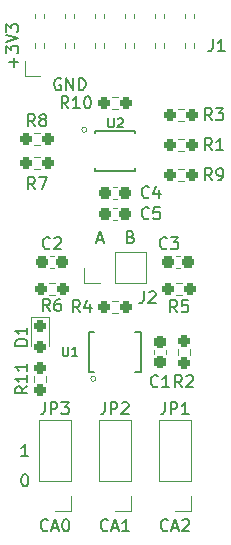
<source format=gto>
G04 #@! TF.GenerationSoftware,KiCad,Pcbnew,6.0.9-8da3e8f707~116~ubuntu20.04.1*
G04 #@! TF.CreationDate,2023-03-04T01:14:13+01:00*
G04 #@! TF.ProjectId,dac_adc_pmod,6461635f-6164-4635-9f70-6d6f642e6b69,rev?*
G04 #@! TF.SameCoordinates,Original*
G04 #@! TF.FileFunction,Legend,Top*
G04 #@! TF.FilePolarity,Positive*
%FSLAX46Y46*%
G04 Gerber Fmt 4.6, Leading zero omitted, Abs format (unit mm)*
G04 Created by KiCad (PCBNEW 6.0.9-8da3e8f707~116~ubuntu20.04.1) date 2023-03-04 01:14:13*
%MOMM*%
%LPD*%
G01*
G04 APERTURE LIST*
G04 Aperture macros list*
%AMRoundRect*
0 Rectangle with rounded corners*
0 $1 Rounding radius*
0 $2 $3 $4 $5 $6 $7 $8 $9 X,Y pos of 4 corners*
0 Add a 4 corners polygon primitive as box body*
4,1,4,$2,$3,$4,$5,$6,$7,$8,$9,$2,$3,0*
0 Add four circle primitives for the rounded corners*
1,1,$1+$1,$2,$3*
1,1,$1+$1,$4,$5*
1,1,$1+$1,$6,$7*
1,1,$1+$1,$8,$9*
0 Add four rect primitives between the rounded corners*
20,1,$1+$1,$2,$3,$4,$5,0*
20,1,$1+$1,$4,$5,$6,$7,0*
20,1,$1+$1,$6,$7,$8,$9,0*
20,1,$1+$1,$8,$9,$2,$3,0*%
G04 Aperture macros list end*
%ADD10C,0.150000*%
%ADD11C,0.120000*%
%ADD12C,0.152400*%
%ADD13RoundRect,0.237500X0.237500X-0.250000X0.237500X0.250000X-0.237500X0.250000X-0.237500X-0.250000X0*%
%ADD14RoundRect,0.237500X-0.237500X0.287500X-0.237500X-0.287500X0.237500X-0.287500X0.237500X0.287500X0*%
%ADD15R,0.250000X0.700000*%
%ADD16R,3.300000X1.700000*%
%ADD17R,1.397000X0.279400*%
%ADD18RoundRect,0.237500X-0.250000X-0.237500X0.250000X-0.237500X0.250000X0.237500X-0.250000X0.237500X0*%
%ADD19RoundRect,0.237500X0.250000X0.237500X-0.250000X0.237500X-0.250000X-0.237500X0.250000X-0.237500X0*%
%ADD20R,1.700000X1.700000*%
%ADD21O,1.700000X1.700000*%
%ADD22RoundRect,0.237500X0.300000X0.237500X-0.300000X0.237500X-0.300000X-0.237500X0.300000X-0.237500X0*%
%ADD23RoundRect,0.237500X-0.300000X-0.237500X0.300000X-0.237500X0.300000X0.237500X-0.300000X0.237500X0*%
%ADD24RoundRect,0.237500X-0.237500X0.300000X-0.237500X-0.300000X0.237500X-0.300000X0.237500X0.300000X0*%
%ADD25RoundRect,0.237500X-0.237500X0.250000X-0.237500X-0.250000X0.237500X-0.250000X0.237500X0.250000X0*%
G04 APERTURE END LIST*
D10*
X77422380Y-80732380D02*
X77517619Y-80732380D01*
X77612857Y-80780000D01*
X77660476Y-80827619D01*
X77708095Y-80922857D01*
X77755714Y-81113333D01*
X77755714Y-81351428D01*
X77708095Y-81541904D01*
X77660476Y-81637142D01*
X77612857Y-81684761D01*
X77517619Y-81732380D01*
X77422380Y-81732380D01*
X77327142Y-81684761D01*
X77279523Y-81637142D01*
X77231904Y-81541904D01*
X77184285Y-81351428D01*
X77184285Y-81113333D01*
X77231904Y-80922857D01*
X77279523Y-80827619D01*
X77327142Y-80780000D01*
X77422380Y-80732380D01*
X77755714Y-79192380D02*
X77184285Y-79192380D01*
X77470000Y-79192380D02*
X77470000Y-78192380D01*
X77374761Y-78335238D01*
X77279523Y-78430476D01*
X77184285Y-78478095D01*
X89574761Y-85447142D02*
X89527142Y-85494761D01*
X89384285Y-85542380D01*
X89289047Y-85542380D01*
X89146190Y-85494761D01*
X89050952Y-85399523D01*
X89003333Y-85304285D01*
X88955714Y-85113809D01*
X88955714Y-84970952D01*
X89003333Y-84780476D01*
X89050952Y-84685238D01*
X89146190Y-84590000D01*
X89289047Y-84542380D01*
X89384285Y-84542380D01*
X89527142Y-84590000D01*
X89574761Y-84637619D01*
X89955714Y-85256666D02*
X90431904Y-85256666D01*
X89860476Y-85542380D02*
X90193809Y-84542380D01*
X90527142Y-85542380D01*
X90812857Y-84637619D02*
X90860476Y-84590000D01*
X90955714Y-84542380D01*
X91193809Y-84542380D01*
X91289047Y-84590000D01*
X91336666Y-84637619D01*
X91384285Y-84732857D01*
X91384285Y-84828095D01*
X91336666Y-84970952D01*
X90765238Y-85542380D01*
X91384285Y-85542380D01*
X84494761Y-85447142D02*
X84447142Y-85494761D01*
X84304285Y-85542380D01*
X84209047Y-85542380D01*
X84066190Y-85494761D01*
X83970952Y-85399523D01*
X83923333Y-85304285D01*
X83875714Y-85113809D01*
X83875714Y-84970952D01*
X83923333Y-84780476D01*
X83970952Y-84685238D01*
X84066190Y-84590000D01*
X84209047Y-84542380D01*
X84304285Y-84542380D01*
X84447142Y-84590000D01*
X84494761Y-84637619D01*
X84875714Y-85256666D02*
X85351904Y-85256666D01*
X84780476Y-85542380D02*
X85113809Y-84542380D01*
X85447142Y-85542380D01*
X86304285Y-85542380D02*
X85732857Y-85542380D01*
X86018571Y-85542380D02*
X86018571Y-84542380D01*
X85923333Y-84685238D01*
X85828095Y-84780476D01*
X85732857Y-84828095D01*
X79414761Y-85447142D02*
X79367142Y-85494761D01*
X79224285Y-85542380D01*
X79129047Y-85542380D01*
X78986190Y-85494761D01*
X78890952Y-85399523D01*
X78843333Y-85304285D01*
X78795714Y-85113809D01*
X78795714Y-84970952D01*
X78843333Y-84780476D01*
X78890952Y-84685238D01*
X78986190Y-84590000D01*
X79129047Y-84542380D01*
X79224285Y-84542380D01*
X79367142Y-84590000D01*
X79414761Y-84637619D01*
X79795714Y-85256666D02*
X80271904Y-85256666D01*
X79700476Y-85542380D02*
X80033809Y-84542380D01*
X80367142Y-85542380D01*
X80890952Y-84542380D02*
X80986190Y-84542380D01*
X81081428Y-84590000D01*
X81129047Y-84637619D01*
X81176666Y-84732857D01*
X81224285Y-84923333D01*
X81224285Y-85161428D01*
X81176666Y-85351904D01*
X81129047Y-85447142D01*
X81081428Y-85494761D01*
X80986190Y-85542380D01*
X80890952Y-85542380D01*
X80795714Y-85494761D01*
X80748095Y-85447142D01*
X80700476Y-85351904D01*
X80652857Y-85161428D01*
X80652857Y-84923333D01*
X80700476Y-84732857D01*
X80748095Y-84637619D01*
X80795714Y-84590000D01*
X80890952Y-84542380D01*
X80518095Y-47252000D02*
X80422857Y-47204380D01*
X80280000Y-47204380D01*
X80137142Y-47252000D01*
X80041904Y-47347238D01*
X79994285Y-47442476D01*
X79946666Y-47632952D01*
X79946666Y-47775809D01*
X79994285Y-47966285D01*
X80041904Y-48061523D01*
X80137142Y-48156761D01*
X80280000Y-48204380D01*
X80375238Y-48204380D01*
X80518095Y-48156761D01*
X80565714Y-48109142D01*
X80565714Y-47775809D01*
X80375238Y-47775809D01*
X80994285Y-48204380D02*
X80994285Y-47204380D01*
X81565714Y-48204380D01*
X81565714Y-47204380D01*
X82041904Y-48204380D02*
X82041904Y-47204380D01*
X82280000Y-47204380D01*
X82422857Y-47252000D01*
X82518095Y-47347238D01*
X82565714Y-47442476D01*
X82613333Y-47632952D01*
X82613333Y-47775809D01*
X82565714Y-47966285D01*
X82518095Y-48061523D01*
X82422857Y-48156761D01*
X82280000Y-48204380D01*
X82041904Y-48204380D01*
X76525428Y-46211904D02*
X76525428Y-45450000D01*
X76906380Y-45830952D02*
X76144476Y-45830952D01*
X75906380Y-45069047D02*
X75906380Y-44450000D01*
X76287333Y-44783333D01*
X76287333Y-44640476D01*
X76334952Y-44545238D01*
X76382571Y-44497619D01*
X76477809Y-44450000D01*
X76715904Y-44450000D01*
X76811142Y-44497619D01*
X76858761Y-44545238D01*
X76906380Y-44640476D01*
X76906380Y-44926190D01*
X76858761Y-45021428D01*
X76811142Y-45069047D01*
X75906380Y-44164285D02*
X76906380Y-43830952D01*
X75906380Y-43497619D01*
X75906380Y-43259523D02*
X75906380Y-42640476D01*
X76287333Y-42973809D01*
X76287333Y-42830952D01*
X76334952Y-42735714D01*
X76382571Y-42688095D01*
X76477809Y-42640476D01*
X76715904Y-42640476D01*
X76811142Y-42688095D01*
X76858761Y-42735714D01*
X76906380Y-42830952D01*
X76906380Y-43116666D01*
X76858761Y-43211904D01*
X76811142Y-43259523D01*
X86431428Y-60634571D02*
X86574285Y-60682190D01*
X86621904Y-60729809D01*
X86669523Y-60825047D01*
X86669523Y-60967904D01*
X86621904Y-61063142D01*
X86574285Y-61110761D01*
X86479047Y-61158380D01*
X86098095Y-61158380D01*
X86098095Y-60158380D01*
X86431428Y-60158380D01*
X86526666Y-60206000D01*
X86574285Y-60253619D01*
X86621904Y-60348857D01*
X86621904Y-60444095D01*
X86574285Y-60539333D01*
X86526666Y-60586952D01*
X86431428Y-60634571D01*
X86098095Y-60634571D01*
X83581904Y-60872666D02*
X84058095Y-60872666D01*
X83486666Y-61158380D02*
X83820000Y-60158380D01*
X84153333Y-61158380D01*
X77668380Y-73286857D02*
X77192190Y-73620190D01*
X77668380Y-73858285D02*
X76668380Y-73858285D01*
X76668380Y-73477333D01*
X76716000Y-73382095D01*
X76763619Y-73334476D01*
X76858857Y-73286857D01*
X77001714Y-73286857D01*
X77096952Y-73334476D01*
X77144571Y-73382095D01*
X77192190Y-73477333D01*
X77192190Y-73858285D01*
X77668380Y-72334476D02*
X77668380Y-72905904D01*
X77668380Y-72620190D02*
X76668380Y-72620190D01*
X76811238Y-72715428D01*
X76906476Y-72810666D01*
X76954095Y-72905904D01*
X77668380Y-71382095D02*
X77668380Y-71953523D01*
X77668380Y-71667809D02*
X76668380Y-71667809D01*
X76811238Y-71763047D01*
X76906476Y-71858285D01*
X76954095Y-71953523D01*
X77668380Y-69826095D02*
X76668380Y-69826095D01*
X76668380Y-69588000D01*
X76716000Y-69445142D01*
X76811238Y-69349904D01*
X76906476Y-69302285D01*
X77096952Y-69254666D01*
X77239809Y-69254666D01*
X77430285Y-69302285D01*
X77525523Y-69349904D01*
X77620761Y-69445142D01*
X77668380Y-69588000D01*
X77668380Y-69826095D01*
X77668380Y-68302285D02*
X77668380Y-68873714D01*
X77668380Y-68588000D02*
X76668380Y-68588000D01*
X76811238Y-68683238D01*
X76906476Y-68778476D01*
X76954095Y-68873714D01*
X80680074Y-69926803D02*
X80680074Y-70564224D01*
X80717570Y-70639215D01*
X80755065Y-70676710D01*
X80830056Y-70714205D01*
X80980037Y-70714205D01*
X81055028Y-70676710D01*
X81092523Y-70639215D01*
X81130018Y-70564224D01*
X81130018Y-69926803D01*
X81917420Y-70714205D02*
X81467476Y-70714205D01*
X81692448Y-70714205D02*
X81692448Y-69926803D01*
X81617458Y-70039289D01*
X81542467Y-70114280D01*
X81467476Y-70151775D01*
X84540874Y-50572003D02*
X84540874Y-51209424D01*
X84578370Y-51284415D01*
X84615865Y-51321910D01*
X84690856Y-51359405D01*
X84840837Y-51359405D01*
X84915828Y-51321910D01*
X84953323Y-51284415D01*
X84990818Y-51209424D01*
X84990818Y-50572003D01*
X85328276Y-50646994D02*
X85365772Y-50609499D01*
X85440762Y-50572003D01*
X85628239Y-50572003D01*
X85703230Y-50609499D01*
X85740725Y-50646994D01*
X85778220Y-50721985D01*
X85778220Y-50796975D01*
X85740725Y-50909461D01*
X85290781Y-51359405D01*
X85778220Y-51359405D01*
X93305333Y-50744380D02*
X92972000Y-50268190D01*
X92733904Y-50744380D02*
X92733904Y-49744380D01*
X93114857Y-49744380D01*
X93210095Y-49792000D01*
X93257714Y-49839619D01*
X93305333Y-49934857D01*
X93305333Y-50077714D01*
X93257714Y-50172952D01*
X93210095Y-50220571D01*
X93114857Y-50268190D01*
X92733904Y-50268190D01*
X93638666Y-49744380D02*
X94257714Y-49744380D01*
X93924380Y-50125333D01*
X94067238Y-50125333D01*
X94162476Y-50172952D01*
X94210095Y-50220571D01*
X94257714Y-50315809D01*
X94257714Y-50553904D01*
X94210095Y-50649142D01*
X94162476Y-50696761D01*
X94067238Y-50744380D01*
X93781523Y-50744380D01*
X93686285Y-50696761D01*
X93638666Y-50649142D01*
X78319333Y-51252380D02*
X77986000Y-50776190D01*
X77747904Y-51252380D02*
X77747904Y-50252380D01*
X78128857Y-50252380D01*
X78224095Y-50300000D01*
X78271714Y-50347619D01*
X78319333Y-50442857D01*
X78319333Y-50585714D01*
X78271714Y-50680952D01*
X78224095Y-50728571D01*
X78128857Y-50776190D01*
X77747904Y-50776190D01*
X78890761Y-50680952D02*
X78795523Y-50633333D01*
X78747904Y-50585714D01*
X78700285Y-50490476D01*
X78700285Y-50442857D01*
X78747904Y-50347619D01*
X78795523Y-50300000D01*
X78890761Y-50252380D01*
X79081238Y-50252380D01*
X79176476Y-50300000D01*
X79224095Y-50347619D01*
X79271714Y-50442857D01*
X79271714Y-50490476D01*
X79224095Y-50585714D01*
X79176476Y-50633333D01*
X79081238Y-50680952D01*
X78890761Y-50680952D01*
X78795523Y-50728571D01*
X78747904Y-50776190D01*
X78700285Y-50871428D01*
X78700285Y-51061904D01*
X78747904Y-51157142D01*
X78795523Y-51204761D01*
X78890761Y-51252380D01*
X79081238Y-51252380D01*
X79176476Y-51204761D01*
X79224095Y-51157142D01*
X79271714Y-51061904D01*
X79271714Y-50871428D01*
X79224095Y-50776190D01*
X79176476Y-50728571D01*
X79081238Y-50680952D01*
X90360833Y-67000380D02*
X90027500Y-66524190D01*
X89789404Y-67000380D02*
X89789404Y-66000380D01*
X90170357Y-66000380D01*
X90265595Y-66048000D01*
X90313214Y-66095619D01*
X90360833Y-66190857D01*
X90360833Y-66333714D01*
X90313214Y-66428952D01*
X90265595Y-66476571D01*
X90170357Y-66524190D01*
X89789404Y-66524190D01*
X91265595Y-66000380D02*
X90789404Y-66000380D01*
X90741785Y-66476571D01*
X90789404Y-66428952D01*
X90884642Y-66381333D01*
X91122738Y-66381333D01*
X91217976Y-66428952D01*
X91265595Y-66476571D01*
X91313214Y-66571809D01*
X91313214Y-66809904D01*
X91265595Y-66905142D01*
X91217976Y-66952761D01*
X91122738Y-67000380D01*
X90884642Y-67000380D01*
X90789404Y-66952761D01*
X90741785Y-66905142D01*
X89336666Y-74636380D02*
X89336666Y-75350666D01*
X89289047Y-75493523D01*
X89193809Y-75588761D01*
X89050952Y-75636380D01*
X88955714Y-75636380D01*
X89812857Y-75636380D02*
X89812857Y-74636380D01*
X90193809Y-74636380D01*
X90289047Y-74684000D01*
X90336666Y-74731619D01*
X90384285Y-74826857D01*
X90384285Y-74969714D01*
X90336666Y-75064952D01*
X90289047Y-75112571D01*
X90193809Y-75160190D01*
X89812857Y-75160190D01*
X91336666Y-75636380D02*
X90765238Y-75636380D01*
X91050952Y-75636380D02*
X91050952Y-74636380D01*
X90955714Y-74779238D01*
X90860476Y-74874476D01*
X90765238Y-74922095D01*
X87971333Y-57253142D02*
X87923714Y-57300761D01*
X87780857Y-57348380D01*
X87685619Y-57348380D01*
X87542761Y-57300761D01*
X87447523Y-57205523D01*
X87399904Y-57110285D01*
X87352285Y-56919809D01*
X87352285Y-56776952D01*
X87399904Y-56586476D01*
X87447523Y-56491238D01*
X87542761Y-56396000D01*
X87685619Y-56348380D01*
X87780857Y-56348380D01*
X87923714Y-56396000D01*
X87971333Y-56443619D01*
X88828476Y-56681714D02*
X88828476Y-57348380D01*
X88590380Y-56300761D02*
X88352285Y-57015047D01*
X88971333Y-57015047D01*
X87971333Y-59031142D02*
X87923714Y-59078761D01*
X87780857Y-59126380D01*
X87685619Y-59126380D01*
X87542761Y-59078761D01*
X87447523Y-58983523D01*
X87399904Y-58888285D01*
X87352285Y-58697809D01*
X87352285Y-58554952D01*
X87399904Y-58364476D01*
X87447523Y-58269238D01*
X87542761Y-58174000D01*
X87685619Y-58126380D01*
X87780857Y-58126380D01*
X87923714Y-58174000D01*
X87971333Y-58221619D01*
X88876095Y-58126380D02*
X88399904Y-58126380D01*
X88352285Y-58602571D01*
X88399904Y-58554952D01*
X88495142Y-58507333D01*
X88733238Y-58507333D01*
X88828476Y-58554952D01*
X88876095Y-58602571D01*
X88923714Y-58697809D01*
X88923714Y-58935904D01*
X88876095Y-59031142D01*
X88828476Y-59078761D01*
X88733238Y-59126380D01*
X88495142Y-59126380D01*
X88399904Y-59078761D01*
X88352285Y-59031142D01*
X93305333Y-55824380D02*
X92972000Y-55348190D01*
X92733904Y-55824380D02*
X92733904Y-54824380D01*
X93114857Y-54824380D01*
X93210095Y-54872000D01*
X93257714Y-54919619D01*
X93305333Y-55014857D01*
X93305333Y-55157714D01*
X93257714Y-55252952D01*
X93210095Y-55300571D01*
X93114857Y-55348190D01*
X92733904Y-55348190D01*
X93781523Y-55824380D02*
X93972000Y-55824380D01*
X94067238Y-55776761D01*
X94114857Y-55729142D01*
X94210095Y-55586285D01*
X94257714Y-55395809D01*
X94257714Y-55014857D01*
X94210095Y-54919619D01*
X94162476Y-54872000D01*
X94067238Y-54824380D01*
X93876761Y-54824380D01*
X93781523Y-54872000D01*
X93733904Y-54919619D01*
X93686285Y-55014857D01*
X93686285Y-55252952D01*
X93733904Y-55348190D01*
X93781523Y-55395809D01*
X93876761Y-55443428D01*
X94067238Y-55443428D01*
X94162476Y-55395809D01*
X94210095Y-55348190D01*
X94257714Y-55252952D01*
X79589333Y-66906380D02*
X79256000Y-66430190D01*
X79017904Y-66906380D02*
X79017904Y-65906380D01*
X79398857Y-65906380D01*
X79494095Y-65954000D01*
X79541714Y-66001619D01*
X79589333Y-66096857D01*
X79589333Y-66239714D01*
X79541714Y-66334952D01*
X79494095Y-66382571D01*
X79398857Y-66430190D01*
X79017904Y-66430190D01*
X80446476Y-65906380D02*
X80256000Y-65906380D01*
X80160761Y-65954000D01*
X80113142Y-66001619D01*
X80017904Y-66144476D01*
X79970285Y-66334952D01*
X79970285Y-66715904D01*
X80017904Y-66811142D01*
X80065523Y-66858761D01*
X80160761Y-66906380D01*
X80351238Y-66906380D01*
X80446476Y-66858761D01*
X80494095Y-66811142D01*
X80541714Y-66715904D01*
X80541714Y-66477809D01*
X80494095Y-66382571D01*
X80446476Y-66334952D01*
X80351238Y-66287333D01*
X80160761Y-66287333D01*
X80065523Y-66334952D01*
X80017904Y-66382571D01*
X79970285Y-66477809D01*
X89495333Y-61571142D02*
X89447714Y-61618761D01*
X89304857Y-61666380D01*
X89209619Y-61666380D01*
X89066761Y-61618761D01*
X88971523Y-61523523D01*
X88923904Y-61428285D01*
X88876285Y-61237809D01*
X88876285Y-61094952D01*
X88923904Y-60904476D01*
X88971523Y-60809238D01*
X89066761Y-60714000D01*
X89209619Y-60666380D01*
X89304857Y-60666380D01*
X89447714Y-60714000D01*
X89495333Y-60761619D01*
X89828666Y-60666380D02*
X90447714Y-60666380D01*
X90114380Y-61047333D01*
X90257238Y-61047333D01*
X90352476Y-61094952D01*
X90400095Y-61142571D01*
X90447714Y-61237809D01*
X90447714Y-61475904D01*
X90400095Y-61571142D01*
X90352476Y-61618761D01*
X90257238Y-61666380D01*
X89971523Y-61666380D01*
X89876285Y-61618761D01*
X89828666Y-61571142D01*
X78319333Y-56586380D02*
X77986000Y-56110190D01*
X77747904Y-56586380D02*
X77747904Y-55586380D01*
X78128857Y-55586380D01*
X78224095Y-55634000D01*
X78271714Y-55681619D01*
X78319333Y-55776857D01*
X78319333Y-55919714D01*
X78271714Y-56014952D01*
X78224095Y-56062571D01*
X78128857Y-56110190D01*
X77747904Y-56110190D01*
X78652666Y-55586380D02*
X79319333Y-55586380D01*
X78890761Y-56586380D01*
X79176666Y-74636380D02*
X79176666Y-75350666D01*
X79129047Y-75493523D01*
X79033809Y-75588761D01*
X78890952Y-75636380D01*
X78795714Y-75636380D01*
X79652857Y-75636380D02*
X79652857Y-74636380D01*
X80033809Y-74636380D01*
X80129047Y-74684000D01*
X80176666Y-74731619D01*
X80224285Y-74826857D01*
X80224285Y-74969714D01*
X80176666Y-75064952D01*
X80129047Y-75112571D01*
X80033809Y-75160190D01*
X79652857Y-75160190D01*
X80557619Y-74636380D02*
X81176666Y-74636380D01*
X80843333Y-75017333D01*
X80986190Y-75017333D01*
X81081428Y-75064952D01*
X81129047Y-75112571D01*
X81176666Y-75207809D01*
X81176666Y-75445904D01*
X81129047Y-75541142D01*
X81081428Y-75588761D01*
X80986190Y-75636380D01*
X80700476Y-75636380D01*
X80605238Y-75588761D01*
X80557619Y-75541142D01*
X79589333Y-61571142D02*
X79541714Y-61618761D01*
X79398857Y-61666380D01*
X79303619Y-61666380D01*
X79160761Y-61618761D01*
X79065523Y-61523523D01*
X79017904Y-61428285D01*
X78970285Y-61237809D01*
X78970285Y-61094952D01*
X79017904Y-60904476D01*
X79065523Y-60809238D01*
X79160761Y-60714000D01*
X79303619Y-60666380D01*
X79398857Y-60666380D01*
X79541714Y-60714000D01*
X79589333Y-60761619D01*
X79970285Y-60761619D02*
X80017904Y-60714000D01*
X80113142Y-60666380D01*
X80351238Y-60666380D01*
X80446476Y-60714000D01*
X80494095Y-60761619D01*
X80541714Y-60856857D01*
X80541714Y-60952095D01*
X80494095Y-61094952D01*
X79922666Y-61666380D01*
X80541714Y-61666380D01*
X81145142Y-49728380D02*
X80811809Y-49252190D01*
X80573714Y-49728380D02*
X80573714Y-48728380D01*
X80954666Y-48728380D01*
X81049904Y-48776000D01*
X81097523Y-48823619D01*
X81145142Y-48918857D01*
X81145142Y-49061714D01*
X81097523Y-49156952D01*
X81049904Y-49204571D01*
X80954666Y-49252190D01*
X80573714Y-49252190D01*
X82097523Y-49728380D02*
X81526095Y-49728380D01*
X81811809Y-49728380D02*
X81811809Y-48728380D01*
X81716571Y-48871238D01*
X81621333Y-48966476D01*
X81526095Y-49014095D01*
X82716571Y-48728380D02*
X82811809Y-48728380D01*
X82907047Y-48776000D01*
X82954666Y-48823619D01*
X83002285Y-48918857D01*
X83049904Y-49109333D01*
X83049904Y-49347428D01*
X83002285Y-49537904D01*
X82954666Y-49633142D01*
X82907047Y-49680761D01*
X82811809Y-49728380D01*
X82716571Y-49728380D01*
X82621333Y-49680761D01*
X82573714Y-49633142D01*
X82526095Y-49537904D01*
X82478476Y-49347428D01*
X82478476Y-49109333D01*
X82526095Y-48918857D01*
X82573714Y-48823619D01*
X82621333Y-48776000D01*
X82716571Y-48728380D01*
X82129333Y-67000380D02*
X81796000Y-66524190D01*
X81557904Y-67000380D02*
X81557904Y-66000380D01*
X81938857Y-66000380D01*
X82034095Y-66048000D01*
X82081714Y-66095619D01*
X82129333Y-66190857D01*
X82129333Y-66333714D01*
X82081714Y-66428952D01*
X82034095Y-66476571D01*
X81938857Y-66524190D01*
X81557904Y-66524190D01*
X82986476Y-66333714D02*
X82986476Y-67000380D01*
X82748380Y-65952761D02*
X82510285Y-66667047D01*
X83129333Y-66667047D01*
X93392666Y-43902380D02*
X93392666Y-44616666D01*
X93345047Y-44759523D01*
X93249809Y-44854761D01*
X93106952Y-44902380D01*
X93011714Y-44902380D01*
X94392666Y-44902380D02*
X93821238Y-44902380D01*
X94106952Y-44902380D02*
X94106952Y-43902380D01*
X94011714Y-44045238D01*
X93916476Y-44140476D01*
X93821238Y-44188095D01*
X84256666Y-74636380D02*
X84256666Y-75350666D01*
X84209047Y-75493523D01*
X84113809Y-75588761D01*
X83970952Y-75636380D01*
X83875714Y-75636380D01*
X84732857Y-75636380D02*
X84732857Y-74636380D01*
X85113809Y-74636380D01*
X85209047Y-74684000D01*
X85256666Y-74731619D01*
X85304285Y-74826857D01*
X85304285Y-74969714D01*
X85256666Y-75064952D01*
X85209047Y-75112571D01*
X85113809Y-75160190D01*
X84732857Y-75160190D01*
X85685238Y-74731619D02*
X85732857Y-74684000D01*
X85828095Y-74636380D01*
X86066190Y-74636380D01*
X86161428Y-74684000D01*
X86209047Y-74731619D01*
X86256666Y-74826857D01*
X86256666Y-74922095D01*
X86209047Y-75064952D01*
X85637619Y-75636380D01*
X86256666Y-75636380D01*
X93305333Y-53284380D02*
X92972000Y-52808190D01*
X92733904Y-53284380D02*
X92733904Y-52284380D01*
X93114857Y-52284380D01*
X93210095Y-52332000D01*
X93257714Y-52379619D01*
X93305333Y-52474857D01*
X93305333Y-52617714D01*
X93257714Y-52712952D01*
X93210095Y-52760571D01*
X93114857Y-52808190D01*
X92733904Y-52808190D01*
X94257714Y-53284380D02*
X93686285Y-53284380D01*
X93972000Y-53284380D02*
X93972000Y-52284380D01*
X93876761Y-52427238D01*
X93781523Y-52522476D01*
X93686285Y-52570095D01*
X87550666Y-65238380D02*
X87550666Y-65952666D01*
X87503047Y-66095523D01*
X87407809Y-66190761D01*
X87264952Y-66238380D01*
X87169714Y-66238380D01*
X87979238Y-65333619D02*
X88026857Y-65286000D01*
X88122095Y-65238380D01*
X88360190Y-65238380D01*
X88455428Y-65286000D01*
X88503047Y-65333619D01*
X88550666Y-65428857D01*
X88550666Y-65524095D01*
X88503047Y-65666952D01*
X87931619Y-66238380D01*
X88550666Y-66238380D01*
X88733333Y-73255142D02*
X88685714Y-73302761D01*
X88542857Y-73350380D01*
X88447619Y-73350380D01*
X88304761Y-73302761D01*
X88209523Y-73207523D01*
X88161904Y-73112285D01*
X88114285Y-72921809D01*
X88114285Y-72778952D01*
X88161904Y-72588476D01*
X88209523Y-72493238D01*
X88304761Y-72398000D01*
X88447619Y-72350380D01*
X88542857Y-72350380D01*
X88685714Y-72398000D01*
X88733333Y-72445619D01*
X89685714Y-73350380D02*
X89114285Y-73350380D01*
X89400000Y-73350380D02*
X89400000Y-72350380D01*
X89304761Y-72493238D01*
X89209523Y-72588476D01*
X89114285Y-72636095D01*
X90765333Y-73350380D02*
X90432000Y-72874190D01*
X90193904Y-73350380D02*
X90193904Y-72350380D01*
X90574857Y-72350380D01*
X90670095Y-72398000D01*
X90717714Y-72445619D01*
X90765333Y-72540857D01*
X90765333Y-72683714D01*
X90717714Y-72778952D01*
X90670095Y-72826571D01*
X90574857Y-72874190D01*
X90193904Y-72874190D01*
X91146285Y-72445619D02*
X91193904Y-72398000D01*
X91289142Y-72350380D01*
X91527238Y-72350380D01*
X91622476Y-72398000D01*
X91670095Y-72445619D01*
X91717714Y-72540857D01*
X91717714Y-72636095D01*
X91670095Y-72778952D01*
X91098666Y-73350380D01*
X91717714Y-73350380D01*
D11*
X78217500Y-72898724D02*
X78217500Y-72389276D01*
X79262500Y-72898724D02*
X79262500Y-72389276D01*
X79475000Y-69888000D02*
X79475000Y-67428000D01*
X78005000Y-67428000D02*
X78005000Y-69888000D01*
X79475000Y-67428000D02*
X78005000Y-67428000D01*
D12*
X82905600Y-72034400D02*
X83362800Y-72034400D01*
X86817200Y-72034400D02*
X87274400Y-72034400D01*
X87274400Y-72034400D02*
X87274400Y-68681600D01*
X82905600Y-68681600D02*
X82905600Y-72034400D01*
X83362800Y-68681600D02*
X82905600Y-68681600D01*
X87274400Y-68681600D02*
X86817200Y-68681600D01*
D11*
X83476726Y-72644000D02*
G75*
G03*
X83476726Y-72644000I-215526J0D01*
G01*
D12*
X86766400Y-51663600D02*
X83413600Y-51663600D01*
X83413600Y-54813200D02*
X83413600Y-55016400D01*
X83413600Y-51663600D02*
X83413600Y-51866800D01*
X83413600Y-55016400D02*
X86766400Y-55016400D01*
X86766400Y-55016400D02*
X86766400Y-54813200D01*
X86766400Y-51866800D02*
X86766400Y-51663600D01*
D11*
X82714726Y-51562000D02*
G75*
G03*
X82714726Y-51562000I-215526J0D01*
G01*
X90423276Y-50814500D02*
X90932724Y-50814500D01*
X90423276Y-49769500D02*
X90932724Y-49769500D01*
X78740724Y-52846500D02*
X78231276Y-52846500D01*
X78740724Y-51801500D02*
X78231276Y-51801500D01*
X90272776Y-65546500D02*
X90782224Y-65546500D01*
X90272776Y-64501500D02*
X90782224Y-64501500D01*
X91500000Y-81265000D02*
X91500000Y-76125000D01*
X91500000Y-76125000D02*
X88840000Y-76125000D01*
X91500000Y-81265000D02*
X88840000Y-81265000D01*
X91500000Y-83865000D02*
X90170000Y-83865000D01*
X91500000Y-82535000D02*
X91500000Y-83865000D01*
X88840000Y-81265000D02*
X88840000Y-76125000D01*
X85236267Y-57406000D02*
X84943733Y-57406000D01*
X85236267Y-56386000D02*
X84943733Y-56386000D01*
X85236267Y-58164000D02*
X84943733Y-58164000D01*
X85236267Y-59184000D02*
X84943733Y-59184000D01*
X90932724Y-54849500D02*
X90423276Y-54849500D01*
X90932724Y-55894500D02*
X90423276Y-55894500D01*
X80010724Y-64501500D02*
X79501276Y-64501500D01*
X80010724Y-65546500D02*
X79501276Y-65546500D01*
X90277733Y-62228000D02*
X90570267Y-62228000D01*
X90277733Y-63248000D02*
X90570267Y-63248000D01*
X78740724Y-54878500D02*
X78231276Y-54878500D01*
X78740724Y-53833500D02*
X78231276Y-53833500D01*
X81340000Y-82550000D02*
X81340000Y-83880000D01*
X81340000Y-76140000D02*
X78680000Y-76140000D01*
X81340000Y-81280000D02*
X78680000Y-81280000D01*
X81340000Y-81280000D02*
X81340000Y-76140000D01*
X78680000Y-81280000D02*
X78680000Y-76140000D01*
X81340000Y-83880000D02*
X80010000Y-83880000D01*
X79902267Y-62228000D02*
X79609733Y-62228000D01*
X79902267Y-63248000D02*
X79609733Y-63248000D01*
X84835276Y-48753500D02*
X85344724Y-48753500D01*
X84835276Y-49798500D02*
X85344724Y-49798500D01*
X85344724Y-67070500D02*
X84835276Y-67070500D01*
X85344724Y-66025500D02*
X84835276Y-66025500D01*
X80900000Y-44677071D02*
X80900000Y-44222929D01*
X88520000Y-42137071D02*
X88520000Y-41740000D01*
X86740000Y-44677071D02*
X86740000Y-44222929D01*
X84200000Y-42137071D02*
X84200000Y-41740000D01*
X91060000Y-44677071D02*
X91060000Y-44222929D01*
X89280000Y-42137071D02*
X89280000Y-41740000D01*
X78740000Y-46990000D02*
X77470000Y-46990000D01*
X91820000Y-42137071D02*
X91820000Y-41740000D01*
X78360000Y-42137071D02*
X78360000Y-41740000D01*
X86740000Y-42137071D02*
X86740000Y-41740000D01*
X91820000Y-44677071D02*
X91820000Y-44222929D01*
X91060000Y-42137071D02*
X91060000Y-41740000D01*
X85980000Y-44677071D02*
X85980000Y-44222929D01*
X77470000Y-46990000D02*
X77470000Y-45720000D01*
X83440000Y-44677071D02*
X83440000Y-44222929D01*
X81660000Y-42137071D02*
X81660000Y-41740000D01*
X84200000Y-44677071D02*
X84200000Y-44222929D01*
X88520000Y-44677071D02*
X88520000Y-44222929D01*
X85980000Y-42137071D02*
X85980000Y-41740000D01*
X79120000Y-42137071D02*
X79120000Y-41740000D01*
X81660000Y-44677071D02*
X81660000Y-44222929D01*
X79120000Y-44610000D02*
X79120000Y-44222929D01*
X89280000Y-44677071D02*
X89280000Y-44222929D01*
X80900000Y-42137071D02*
X80900000Y-41740000D01*
X83440000Y-42137071D02*
X83440000Y-41740000D01*
X78360000Y-44610000D02*
X78360000Y-44222929D01*
X86420000Y-83865000D02*
X85090000Y-83865000D01*
X86420000Y-81265000D02*
X86420000Y-76125000D01*
X86420000Y-82535000D02*
X86420000Y-83865000D01*
X83760000Y-81265000D02*
X83760000Y-76125000D01*
X86420000Y-76125000D02*
X83760000Y-76125000D01*
X86420000Y-81265000D02*
X83760000Y-81265000D01*
X90423276Y-52309500D02*
X90932724Y-52309500D01*
X90423276Y-53354500D02*
X90932724Y-53354500D01*
X82490000Y-64576000D02*
X82490000Y-63246000D01*
X87690000Y-64576000D02*
X87690000Y-61916000D01*
X85090000Y-61916000D02*
X87690000Y-61916000D01*
X85090000Y-64576000D02*
X87690000Y-64576000D01*
X85090000Y-64576000D02*
X85090000Y-61916000D01*
X83820000Y-64576000D02*
X82490000Y-64576000D01*
X89410000Y-70211733D02*
X89410000Y-70504267D01*
X88390000Y-70211733D02*
X88390000Y-70504267D01*
X91454500Y-70103276D02*
X91454500Y-70612724D01*
X90409500Y-70103276D02*
X90409500Y-70612724D01*
%LPC*%
D13*
X78740000Y-73556500D03*
X78740000Y-71731500D03*
D14*
X78740000Y-68213000D03*
X78740000Y-69963000D03*
D15*
X83840000Y-71805800D03*
X84340000Y-71805800D03*
X84840000Y-71805800D03*
X85340000Y-71805800D03*
X85840000Y-71805800D03*
X86340000Y-71805800D03*
X86340000Y-68910200D03*
X85840000Y-68910200D03*
X85340000Y-68910200D03*
X84840000Y-68910200D03*
X84340000Y-68910200D03*
X83840000Y-68910200D03*
D16*
X85090000Y-70358000D03*
D17*
X82905600Y-52339240D03*
X82905600Y-52839619D03*
X82905600Y-53340000D03*
X82905600Y-53840381D03*
X82905600Y-54340760D03*
X87274400Y-54340760D03*
X87274400Y-53840381D03*
X87274400Y-53340000D03*
X87274400Y-52839619D03*
X87274400Y-52339240D03*
D18*
X89765500Y-50292000D03*
X91590500Y-50292000D03*
D19*
X79398500Y-52324000D03*
X77573500Y-52324000D03*
D18*
X89615000Y-65024000D03*
X91440000Y-65024000D03*
D20*
X90170000Y-82535000D03*
D21*
X90170000Y-79995000D03*
X90170000Y-77455000D03*
D22*
X85952500Y-56896000D03*
X84227500Y-56896000D03*
X85952500Y-58674000D03*
X84227500Y-58674000D03*
D19*
X91590500Y-55372000D03*
X89765500Y-55372000D03*
X80668500Y-65024000D03*
X78843500Y-65024000D03*
D23*
X89561500Y-62738000D03*
X91286500Y-62738000D03*
D19*
X77573500Y-54356000D03*
X79398500Y-54356000D03*
D20*
X80010000Y-82550000D03*
D21*
X80010000Y-80010000D03*
X80010000Y-77470000D03*
D22*
X80618500Y-62738000D03*
X78893500Y-62738000D03*
D18*
X84177500Y-49276000D03*
X86002500Y-49276000D03*
D19*
X86002500Y-66548000D03*
X84177500Y-66548000D03*
D20*
X78740000Y-45720000D03*
D21*
X78740000Y-43180000D03*
X81280000Y-45720000D03*
X81280000Y-43180000D03*
X83820000Y-45720000D03*
X83820000Y-43180000D03*
X86360000Y-45720000D03*
X86360000Y-43180000D03*
X88900000Y-45720000D03*
X88900000Y-43180000D03*
X91440000Y-45720000D03*
X91440000Y-43180000D03*
D20*
X85090000Y-82535000D03*
D21*
X85090000Y-79995000D03*
X85090000Y-77455000D03*
D18*
X89765500Y-52832000D03*
X91590500Y-52832000D03*
D20*
X83820000Y-63246000D03*
D21*
X86360000Y-63246000D03*
D24*
X88900000Y-69495500D03*
X88900000Y-71220500D03*
D25*
X90932000Y-69445500D03*
X90932000Y-71270500D03*
M02*

</source>
